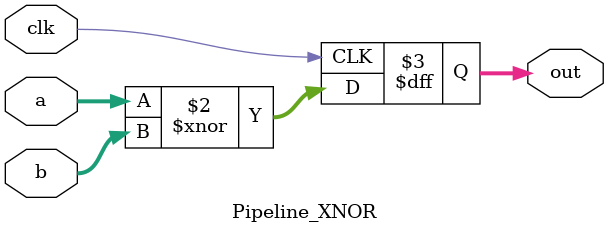
<source format=sv>
module Pipeline_XNOR(
    input clk,
    input [15:0] a, b,
    output reg [15:0] out
);
    // Forward register retiming - registering output instead of inputs
    // This reduces the number of registers from 32 to 16
    
    // Direct XNOR implementation using the '~^' operator
    // This is the most efficient representation in Verilog
    // and allows synthesis tools to optimize implementation
    
    always @(posedge clk) begin
        out <= a ~^ b;
    end
endmodule
</source>
